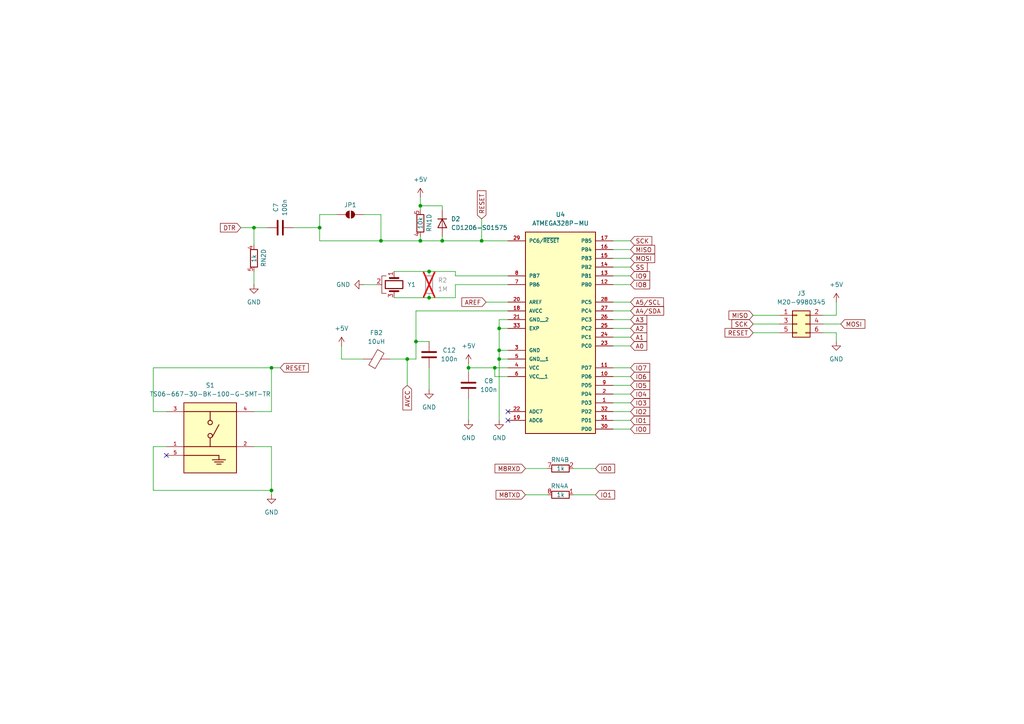
<source format=kicad_sch>
(kicad_sch (version 20231120) (generator "eeschema") (generator_version "8.0")
  (paper "A4")
  (title_block (title "Arduino Uno SMD ATMEGA328P-MU") (date "2024-05-08") (rev "1") (company "Carlos Sabogal"))
  (lib_symbols
    (symbol "Arduino Uno SMD:ATMEGA328P-MU" (pin_names (offset 1.016))
      (property "Reference" "U" (at -10.1661 26.6861 0))
      (property "Value" "ATMEGA328P-MU" (at -10.16 -36.83 0))
      (symbol "ATMEGA328P-MU_0_0"
        (rectangle (start -10.16 25.4) (end 10.16 -33.02) (stroke (width 0.254)) (fill (type background)))
        (pin bidirectional line (at 15.24 -24.13 180) (length 5.08) (name "PD3") (number "1"))
        (pin bidirectional line (at 15.24 -16.51 180) (length 5.08) (name "PD6") (number "10"))
        (pin bidirectional line (at 15.24 -13.97 180) (length 5.08) (name "PD7") (number "11"))
        (pin bidirectional line (at 15.24 10.16 180) (length 5.08) (name "PB0") (number "12"))
        (pin bidirectional line (at 15.24 12.7 180) (length 5.08) (name "PB1") (number "13"))
        (pin bidirectional line (at 15.24 15.24 180) (length 5.08) (name "PB2") (number "14"))
        (pin bidirectional line (at 15.24 17.78 180) (length 5.08) (name "PB3") (number "15"))
        (pin bidirectional line (at 15.24 20.32 180) (length 5.08) (name "PB4") (number "16"))
        (pin bidirectional line (at 15.24 22.86 180) (length 5.08) (name "PB5") (number "17"))
        (pin power_in line (at -15.24 2.54 0) (length 5.08) (name "AVCC") (number "18"))
        (pin bidirectional line (at -15.24 -29.21 0) (length 5.08) (name "ADC6") (number "19"))
        (pin bidirectional line (at 15.24 -21.59 180) (length 5.08) (name "PD4") (number "2"))
        (pin input line (at -15.24 5.08 0) (length 5.08) (name "AREF") (number "20"))
        (pin power_in line (at -15.24 0 0) (length 5.08) (name "GND__2") (number "21"))
        (pin bidirectional line (at -15.24 -26.67 0) (length 5.08) (name "ADC7") (number "22"))
        (pin bidirectional line (at 15.24 -7.62 180) (length 5.08) (name "PC0") (number "23"))
        (pin bidirectional line (at 15.24 -5.08 180) (length 5.08) (name "PC1") (number "24"))
        (pin bidirectional line (at 15.24 -2.54 180) (length 5.08) (name "PC2") (number "25"))
        (pin bidirectional line (at 15.24 0 180) (length 5.08) (name "PC3") (number "26"))
        (pin bidirectional line (at 15.24 2.54 180) (length 5.08) (name "PC4") (number "27"))
        (pin bidirectional line (at 15.24 5.08 180) (length 5.08) (name "PC5") (number "28"))
        (pin bidirectional line (at -15.24 22.86 0) (length 5.08) (name "PC6/~{RESET}") (number "29"))
        (pin power_in line (at -15.24 -8.89 0) (length 5.08) (name "GND") (number "3"))
        (pin bidirectional line (at 15.24 -31.75 180) (length 5.08) (name "PD0") (number "30"))
        (pin bidirectional line (at 15.24 -29.21 180) (length 5.08) (name "PD1") (number "31"))
        (pin bidirectional line (at 15.24 -26.67 180) (length 5.08) (name "PD2") (number "32"))
        (pin power_in line (at -15.24 -2.54 0) (length 5.08) (name "EXP") (number "33"))
        (pin power_in line (at -15.24 -13.97 0) (length 5.08) (name "VCC") (number "4"))
        (pin power_in line (at -15.24 -11.43 0) (length 5.08) (name "GND__1") (number "5"))
        (pin power_in line (at -15.24 -16.51 0) (length 5.08) (name "VCC__1") (number "6"))
        (pin bidirectional line (at -15.24 10.16 0) (length 5.08) (name "PB6") (number "7"))
        (pin bidirectional line (at -15.24 12.7 0) (length 5.08) (name "PB7") (number "8"))
        (pin bidirectional line (at 15.24 -19.05 180) (length 5.08) (name "PD5") (number "9"))
      )
    )
    (symbol "Arduino Uno SMD:TS06-667-30-BK-100-G-SMT-TR" (pin_names (offset 1.016))
      (property "Reference" "S" (at -7.62 10.922 0))
      (property "Value" "TS06-667-30-BK-100-G-SMT-TR" (at -7.62 -10.922 0))
      (symbol "TS06-667-30-BK-100-G-SMT-TR_0_0"
        (rectangle (start -7.62 10.16) (end 7.62 -10.16) (stroke (width 0.254)) (fill (type background)))
        (polyline (pts (xy -7.62 -5.08) (xy 2.54 -5.08)) (stroke (width 0.254)))
        (polyline (pts (xy 0 -2.54) (xy -7.62 -2.54)) (stroke (width 0.254)))
        (polyline (pts (xy 0 -2.54) (xy 7.62 -2.54)) (stroke (width 0.254)))
        (polyline (pts (xy 0 0) (xy 0 -2.54)) (stroke (width 0.254)))
        (polyline (pts (xy 0 7.62) (xy -7.62 7.62)) (stroke (width 0.254)))
        (polyline (pts (xy 0 7.62) (xy 0 5.08)) (stroke (width 0.254)))
        (polyline (pts (xy 0 7.62) (xy 7.62 7.62)) (stroke (width 0.254)))
        (polyline (pts (xy 0.635 -6.35) (xy 2.54 -6.35)) (stroke (width 0.254)))
        (polyline (pts (xy 0.635 0.3175) (xy 2.54 3.81)) (stroke (width 0.254)))
        (polyline (pts (xy 1.27 -6.985) (xy 3.81 -6.985)) (stroke (width 0.254)))
        (polyline (pts (xy 1.905 -7.62) (xy 3.175 -7.62)) (stroke (width 0.254)))
        (polyline (pts (xy 2.54 -6.35) (xy 4.445 -6.35)) (stroke (width 0.254)))
        (polyline (pts (xy 2.54 -5.08) (xy 2.54 -6.35)) (stroke (width 0.254)))
        (circle (center 0 0.635) (radius 0.635) (stroke (width 0.254)))
        (circle (center 0 4.445) (radius 0.635) (stroke (width 0.254)))
        (pin passive line (at -12.7 -2.54 0) (length 5.08) (name "~") (number "1"))
        (pin passive line (at 12.7 -2.54 180) (length 5.08) (name "~") (number "2"))
        (pin passive line (at -12.7 7.62 0) (length 5.08) (name "~") (number "3"))
        (pin passive line (at 12.7 7.62 180) (length 5.08) (name "~") (number "4"))
        (pin passive line (at -12.7 -5.08 0) (length 5.08) (name "~") (number "5"))
      )
    )
    (symbol "Connector_Generic:Conn_02x03_Odd_Even" (pin_names (offset 1.016) hide)
      (property "Reference" "J" (at 1.27 5.08 0))
      (property "Value" "Conn_02x03_Odd_Even" (at 1.27 -5.08 0))
      (symbol "Conn_02x03_Odd_Even_1_1"
        (rectangle (start -1.27 -2.413) (end 0 -2.667) (stroke (width 0.1524)))
        (rectangle (start -1.27 0.127) (end 0 -0.127) (stroke (width 0.1524)))
        (rectangle (start -1.27 2.667) (end 0 2.413) (stroke (width 0.1524)))
        (rectangle (start -1.27 3.81) (end 3.81 -3.81) (stroke (width 0.254)) (fill (type background)))
        (rectangle (start 3.81 -2.413) (end 2.54 -2.667) (stroke (width 0.1524)))
        (rectangle (start 3.81 0.127) (end 2.54 -0.127) (stroke (width 0.1524)))
        (rectangle (start 3.81 2.667) (end 2.54 2.413) (stroke (width 0.1524)))
        (pin passive line (at -5.08 2.54 0) (length 3.81) (name "Pin_1") (number "1"))
        (pin passive line (at 7.62 2.54 180) (length 3.81) (name "Pin_2") (number "2"))
        (pin passive line (at -5.08 0 0) (length 3.81) (name "Pin_3") (number "3"))
        (pin passive line (at 7.62 0 180) (length 3.81) (name "Pin_4") (number "4"))
        (pin passive line (at -5.08 -2.54 0) (length 3.81) (name "Pin_5") (number "5"))
        (pin passive line (at 7.62 -2.54 180) (length 3.81) (name "Pin_6") (number "6"))
      )
    )
    (symbol "Device:C" (pin_numbers hide) (pin_names (offset 0.254))
      (property "Reference" "C" (at 0.635 2.54 0))
      (property "Value" "C" (at 0.635 -2.54 0))
      (symbol "C_0_1"
        (polyline (pts (xy -2.032 -0.762) (xy 2.032 -0.762)) (stroke (width 0.508)))
        (polyline (pts (xy -2.032 0.762) (xy 2.032 0.762)) (stroke (width 0.508)))
      )
      (symbol "C_1_1"
        (pin passive line (at 0 3.81 270) (length 2.794) (name "~") (number "1"))
        (pin passive line (at 0 -3.81 90) (length 2.794) (name "~") (number "2"))
      )
    )
    (symbol "Device:Crystal_GND2" (pin_names (offset 1.016) hide)
      (property "Reference" "Y" (at 0 5.715 0))
      (property "Value" "Crystal_GND2" (at 0 3.81 0))
      (symbol "Crystal_GND2_0_1"
        (rectangle (start -1.143 2.54) (end 1.143 -2.54) (stroke (width 0.3048)))
        (polyline (pts (xy -2.54 0) (xy -1.905 0)))
        (polyline (pts (xy -1.905 -1.27) (xy -1.905 1.27)) (stroke (width 0.508)))
        (polyline (pts (xy 0 -3.81) (xy 0 -3.556)))
        (polyline (pts (xy 1.905 0) (xy 2.54 0)))
        (polyline (pts (xy 1.905 1.27) (xy 1.905 -1.27)) (stroke (width 0.508)))
        (polyline (pts (xy -2.54 -2.286) (xy -2.54 -3.556) (xy 2.54 -3.556) (xy 2.54 -2.286)))
      )
      (symbol "Crystal_GND2_1_1"
        (pin passive line (at -3.81 0 0) (length 1.27) (name "1") (number "1"))
        (pin passive line (at 0 -5.08 90) (length 1.27) (name "2") (number "2"))
        (pin passive line (at 3.81 0 180) (length 1.27) (name "3") (number "3"))
      )
    )
    (symbol "Device:D" (pin_numbers hide) (pin_names (offset 1.016) hide)
      (property "Reference" "D" (at 0 2.54 0))
      (property "Value" "D" (at 0 -2.54 0))
      (symbol "D_0_1"
        (polyline (pts (xy -1.27 1.27) (xy -1.27 -1.27)) (stroke (width 0.254)))
        (polyline (pts (xy 1.27 0) (xy -1.27 0)))
        (polyline (pts (xy 1.27 1.27) (xy 1.27 -1.27) (xy -1.27 0) (xy 1.27 1.27)) (stroke (width 0.254)))
      )
      (symbol "D_1_1"
        (pin passive line (at -3.81 0 0) (length 2.54) (name "K") (number "1"))
        (pin passive line (at 3.81 0 180) (length 2.54) (name "A") (number "2"))
      )
    )
    (symbol "Device:FerriteBead" (pin_numbers hide) (pin_names (offset 0))
      (property "Reference" "FB" (at -3.81 0.635 90))
      (property "Value" "FerriteBead" (at 3.81 0 90))
      (symbol "FerriteBead_0_1"
        (polyline (pts (xy 0 -1.27) (xy 0 -1.2192)))
        (polyline (pts (xy 0 1.27) (xy 0 1.2954)))
        (polyline (pts (xy -2.7686 0.4064) (xy -1.7018 2.2606) (xy 2.7686 -0.3048) (xy 1.6764 -2.159) (xy -2.7686 0.4064)))
      )
      (symbol "FerriteBead_1_1"
        (pin passive line (at 0 3.81 270) (length 2.54) (name "~") (number "1"))
        (pin passive line (at 0 -3.81 90) (length 2.54) (name "~") (number "2"))
      )
    )
    (symbol "Device:R" (pin_numbers hide) (pin_names (offset 0))
      (property "Reference" "R" (at 2.032 0 90))
      (property "Value" "R" (at 0 0 90))
      (symbol "R_0_1"
        (rectangle (start -1.016 -2.54) (end 1.016 2.54) (stroke (width 0.254)))
      )
      (symbol "R_1_1"
        (pin passive line (at 0 3.81 270) (length 1.27) (name "~") (number "1"))
        (pin passive line (at 0 -3.81 90) (length 1.27) (name "~") (number "2"))
      )
    )
    (symbol "Device:R_Pack04_Split" (pin_names (offset 0) hide)
      (property "Reference" "RN" (at 2.032 0 90))
      (property "Value" "R_Pack04_Split" (at 0 0 90))
      (symbol "R_Pack04_Split_0_1"
        (rectangle (start 1.016 2.54) (end -1.016 -2.54) (stroke (width 0.254)))
      )
      (symbol "R_Pack04_Split_1_1"
        (pin passive line (at 0 -3.81 90) (length 1.27) (name "R1.1") (number "1"))
        (pin passive line (at 0 3.81 270) (length 1.27) (name "R1.2") (number "8"))
      )
      (symbol "R_Pack04_Split_2_1"
        (pin passive line (at 0 -3.81 90) (length 1.27) (name "R2.1") (number "2"))
        (pin passive line (at 0 3.81 270) (length 1.27) (name "R2.2") (number "7"))
      )
      (symbol "R_Pack04_Split_3_1"
        (pin passive line (at 0 -3.81 90) (length 1.27) (name "R3.1") (number "3"))
        (pin passive line (at 0 3.81 270) (length 1.27) (name "R3.2") (number "6"))
      )
      (symbol "R_Pack04_Split_4_1"
        (pin passive line (at 0 -3.81 90) (length 1.27) (name "R4.1") (number "4"))
        (pin passive line (at 0 3.81 270) (length 1.27) (name "R4.2") (number "5"))
      )
    )
    (symbol "Jumper:SolderJumper_2_Open" (pin_numbers hide) (pin_names (offset 0) hide) (exclude_from_sim yes) (in_bom no)
      (property "Reference" "JP" (at 0 2.032 0))
      (property "Value" "SolderJumper_2_Open" (at 0 -2.54 0))
      (symbol "SolderJumper_2_Open_0_1"
        (arc (start -0.254 1.016) (mid -1.2656 0) (end -0.254 -1.016))
        (arc (start -0.254 1.016) (mid -1.2656 0) (end -0.254 -1.016) (fill (type outline)))
        (polyline (pts (xy -0.254 1.016) (xy -0.254 -1.016)))
        (polyline (pts (xy 0.254 1.016) (xy 0.254 -1.016)))
        (arc (start 0.254 -1.016) (mid 1.2656 0) (end 0.254 1.016))
        (arc (start 0.254 -1.016) (mid 1.2656 0) (end 0.254 1.016) (fill (type outline)))
      )
      (symbol "SolderJumper_2_Open_1_1"
        (pin passive line (at -3.81 0 0) (length 2.54) (name "A") (number "1"))
        (pin passive line (at 3.81 0 180) (length 2.54) (name "B") (number "2"))
      )
    )
    (symbol "power:+5V" (power) (pin_numbers hide) (pin_names (offset 0) hide)
      (property "Value" "+5V" (at 0 3.556 0))
      (symbol "+5V_0_1"
        (polyline (pts (xy -0.762 1.27) (xy 0 2.54)))
        (polyline (pts (xy 0 0) (xy 0 2.54)))
        (polyline (pts (xy 0 2.54) (xy 0.762 1.27)))
      )
      (symbol "+5V_1_1"
        (pin power_in line (at 0 0 90) (length 0) (name "~") (number "1"))
      )
    )
    (symbol "power:GND" (power) (pin_numbers hide) (pin_names (offset 0) hide)
      (property "Value" "GND" (at 0 -3.81 0))
      (symbol "GND_0_1"
        (polyline (pts (xy 0 0) (xy 0 -1.27) (xy 1.27 -1.27) (xy 0 -2.54) (xy -1.27 -1.27) (xy 0 -1.27)))
      )
      (symbol "GND_1_1"
        (pin power_in line (at 0 0 270) (length 0) (name "~") (number "1"))
      )
    )
  )
  (junction (at 139.7 69.85))
  (junction (at 73.66 66.04))
  (junction (at 143.51 106.68))
  (junction (at 120.65 99.06))
  (junction (at 118.11 104.14))
  (junction (at 78.74 142.24))
  (junction (at 121.92 69.85))
  (junction (at 110.49 69.85))
  (junction (at 144.78 101.6))
  (junction (at 144.78 95.25))
  (junction (at 135.89 106.68))
  (junction (at 124.46 78.74))
  (junction (at 121.92 59.69))
  (junction (at 92.71 66.04))
  (junction (at 144.78 104.14))
  (junction (at 124.46 86.36))
  (junction (at 128.27 69.85))
  (junction (at 78.74 106.68))
  (no_connect (at 147.32 121.92))
  (no_connect (at 48.26 132.08))
  (no_connect (at 147.32 119.38))
  (wire (pts (xy 78.74 142.24) (xy 44.45 142.24)))
  (wire (pts (xy 182.88 109.22) (xy 177.8 109.22)))
  (wire (pts (xy 78.74 143.51) (xy 78.74 142.24)))
  (wire (pts (xy 172.72 135.89) (xy 166.37 135.89)))
  (wire (pts (xy 177.8 114.3) (xy 182.88 114.3)))
  (wire (pts (xy 73.66 129.54) (xy 78.74 129.54)))
  (wire (pts (xy 92.71 69.85) (xy 110.49 69.85)))
  (wire (pts (xy 135.89 106.68) (xy 143.51 106.68)))
  (wire (pts (xy 139.7 63.5) (xy 139.7 69.85)))
  (wire (pts (xy 73.66 66.04) (xy 77.47 66.04)))
  (wire (pts (xy 121.92 69.85) (xy 121.92 68.58)))
  (wire (pts (xy 147.32 90.17) (xy 120.65 90.17)))
  (wire (pts (xy 124.46 78.74) (xy 132.08 78.74)))
  (wire (pts (xy 120.65 99.06) (xy 124.46 99.06)))
  (wire (pts (xy 121.92 59.69) (xy 121.92 60.96)))
  (wire (pts (xy 143.51 106.68) (xy 147.32 106.68)))
  (wire (pts (xy 182.88 87.63) (xy 177.8 87.63)))
  (wire (pts (xy 135.89 105.41) (xy 135.89 106.68)))
  (wire (pts (xy 218.44 93.98) (xy 226.06 93.98)))
  (wire (pts (xy 182.88 82.55) (xy 177.8 82.55)))
  (wire (pts (xy 182.88 72.39) (xy 177.8 72.39)))
  (wire (pts (xy 147.32 104.14) (xy 144.78 104.14)))
  (wire (pts (xy 114.3 86.36) (xy 124.46 86.36)))
  (wire (pts (xy 120.65 90.17) (xy 120.65 99.06)))
  (wire (pts (xy 182.88 90.17) (xy 177.8 90.17)))
  (wire (pts (xy 158.75 143.51) (xy 152.4 143.51)))
  (wire (pts (xy 242.57 87.63) (xy 242.57 91.44)))
  (wire (pts (xy 144.78 104.14) (xy 144.78 121.92)))
  (wire (pts (xy 139.7 69.85) (xy 128.27 69.85)))
  (wire (pts (xy 243.84 93.98) (xy 238.76 93.98)))
  (wire (pts (xy 73.66 82.55) (xy 73.66 78.74)))
  (wire (pts (xy 147.32 95.25) (xy 144.78 95.25)))
  (wire (pts (xy 177.8 124.46) (xy 182.88 124.46)))
  (wire (pts (xy 158.75 135.89) (xy 152.4 135.89)))
  (wire (pts (xy 114.3 78.74) (xy 124.46 78.74)))
  (wire (pts (xy 110.49 62.23) (xy 110.49 69.85)))
  (wire (pts (xy 140.97 87.63) (xy 147.32 87.63)))
  (wire (pts (xy 144.78 92.71) (xy 144.78 95.25)))
  (wire (pts (xy 128.27 69.85) (xy 121.92 69.85)))
  (wire (pts (xy 132.08 80.01) (xy 132.08 78.74)))
  (wire (pts (xy 147.32 92.71) (xy 144.78 92.71)))
  (wire (pts (xy 147.32 69.85) (xy 139.7 69.85)))
  (wire (pts (xy 110.49 62.23) (xy 105.41 62.23)))
  (wire (pts (xy 78.74 129.54) (xy 78.74 142.24)))
  (wire (pts (xy 135.89 106.68) (xy 135.89 107.95)))
  (wire (pts (xy 144.78 101.6) (xy 147.32 101.6)))
  (wire (pts (xy 78.74 106.68) (xy 81.28 106.68)))
  (wire (pts (xy 172.72 143.51) (xy 166.37 143.51)))
  (wire (pts (xy 182.88 106.68) (xy 177.8 106.68)))
  (wire (pts (xy 218.44 91.44) (xy 226.06 91.44)))
  (wire (pts (xy 177.8 116.84) (xy 182.88 116.84)))
  (wire (pts (xy 105.41 82.55) (xy 109.22 82.55)))
  (wire (pts (xy 44.45 142.24) (xy 44.45 129.54)))
  (wire (pts (xy 147.32 109.22) (xy 143.51 109.22)))
  (wire (pts (xy 128.27 60.96) (xy 128.27 59.69)))
  (wire (pts (xy 177.8 121.92) (xy 182.88 121.92)))
  (wire (pts (xy 120.65 104.14) (xy 118.11 104.14)))
  (wire (pts (xy 177.8 95.25) (xy 182.88 95.25)))
  (wire (pts (xy 182.88 111.76) (xy 177.8 111.76)))
  (wire (pts (xy 242.57 91.44) (xy 238.76 91.44)))
  (wire (pts (xy 121.92 57.15) (xy 121.92 59.69)))
  (wire (pts (xy 121.92 69.85) (xy 110.49 69.85)))
  (wire (pts (xy 118.11 104.14) (xy 113.03 104.14)))
  (wire (pts (xy 177.8 119.38) (xy 182.88 119.38)))
  (wire (pts (xy 78.74 106.68) (xy 78.74 119.38)))
  (wire (pts (xy 78.74 119.38) (xy 73.66 119.38)))
  (wire (pts (xy 182.88 80.01) (xy 177.8 80.01)))
  (wire (pts (xy 242.57 96.52) (xy 242.57 99.06)))
  (wire (pts (xy 128.27 68.58) (xy 128.27 69.85)))
  (wire (pts (xy 218.44 96.52) (xy 226.06 96.52)))
  (wire (pts (xy 144.78 101.6) (xy 144.78 104.14)))
  (wire (pts (xy 118.11 111.76) (xy 118.11 104.14)))
  (wire (pts (xy 135.89 121.92) (xy 135.89 115.57)))
  (wire (pts (xy 92.71 62.23) (xy 92.71 66.04)))
  (wire (pts (xy 73.66 71.12) (xy 73.66 66.04)))
  (wire (pts (xy 238.76 96.52) (xy 242.57 96.52)))
  (wire (pts (xy 177.8 97.79) (xy 182.88 97.79)))
  (wire (pts (xy 120.65 99.06) (xy 120.65 104.14)))
  (wire (pts (xy 128.27 59.69) (xy 121.92 59.69)))
  (wire (pts (xy 182.88 77.47) (xy 177.8 77.47)))
  (wire (pts (xy 147.32 80.01) (xy 132.08 80.01)))
  (wire (pts (xy 44.45 119.38) (xy 48.26 119.38)))
  (wire (pts (xy 144.78 95.25) (xy 144.78 101.6)))
  (wire (pts (xy 44.45 106.68) (xy 44.45 119.38)))
  (wire (pts (xy 177.8 92.71) (xy 182.88 92.71)))
  (wire (pts (xy 44.45 106.68) (xy 78.74 106.68)))
  (wire (pts (xy 44.45 129.54) (xy 48.26 129.54)))
  (wire (pts (xy 97.79 62.23) (xy 92.71 62.23)))
  (wire (pts (xy 182.88 69.85) (xy 177.8 69.85)))
  (wire (pts (xy 69.85 66.04) (xy 73.66 66.04)))
  (wire (pts (xy 124.46 113.03) (xy 124.46 106.68)))
  (wire (pts (xy 124.46 86.36) (xy 132.08 86.36)))
  (wire (pts (xy 99.06 104.14) (xy 99.06 100.33)))
  (wire (pts (xy 99.06 104.14) (xy 105.41 104.14)))
  (wire (pts (xy 132.08 82.55) (xy 132.08 86.36)))
  (wire (pts (xy 182.88 100.33) (xy 177.8 100.33)))
  (wire (pts (xy 143.51 109.22) (xy 143.51 106.68)))
  (wire (pts (xy 147.32 82.55) (xy 132.08 82.55)))
  (wire (pts (xy 182.88 74.93) (xy 177.8 74.93)))
  (wire (pts (xy 92.71 66.04) (xy 85.09 66.04)))
  (wire (pts (xy 92.71 69.85) (xy 92.71 66.04)))
  (global_label "DTR" (shape input) (at 69.85 66.04 180) (property "Intersheetrefs" "${INTERSHEET_REFS}" (effects (hide yes))))
  (global_label "SS" (shape input) (at 182.88 77.47 0) (property "Intersheetrefs" "${INTERSHEET_REFS}" (effects (hide yes))))
  (global_label "MOSI" (shape input) (at 182.88 74.93 0) (property "Intersheetrefs" "${INTERSHEET_REFS}" (effects (hide yes))))
  (global_label "MISO" (shape input) (at 218.44 91.44 180) (property "Intersheetrefs" "${INTERSHEET_REFS}" (effects (hide yes))))
  (global_label "AREF" (shape input) (at 140.97 87.63 180) (property "Intersheetrefs" "${INTERSHEET_REFS}" (effects (hide yes))))
  (global_label "IO0" (shape input) (at 172.72 135.89 0) (property "Intersheetrefs" "${INTERSHEET_REFS}" (effects (hide yes))))
  (global_label "SCK" (shape input) (at 218.44 93.98 180) (property "Intersheetrefs" "${INTERSHEET_REFS}" (effects (hide yes))))
  (global_label "IO9" (shape input) (at 182.88 80.01 0) (property "Intersheetrefs" "${INTERSHEET_REFS}" (effects (hide yes))))
  (global_label "A5{slash}SCL" (shape input) (at 182.88 87.63 0) (property "Intersheetrefs" "${INTERSHEET_REFS}" (effects (hide yes))))
  (global_label "A1" (shape input) (at 182.88 97.79 0) (property "Intersheetrefs" "${INTERSHEET_REFS}" (effects (hide yes))))
  (global_label "MISO" (shape input) (at 182.88 72.39 0) (property "Intersheetrefs" "${INTERSHEET_REFS}" (effects (hide yes))))
  (global_label "AVCC" (shape input) (at 118.11 111.76 270) (property "Intersheetrefs" "${INTERSHEET_REFS}" (effects (hide yes))))
  (global_label "IO3" (shape input) (at 182.88 116.84 0) (property "Intersheetrefs" "${INTERSHEET_REFS}" (effects (hide yes))))
  (global_label "RESET" (shape input) (at 139.7 63.5 90) (property "Intersheetrefs" "${INTERSHEET_REFS}" (effects (hide yes))))
  (global_label "IO1" (shape input) (at 172.72 143.51 0) (property "Intersheetrefs" "${INTERSHEET_REFS}" (effects (hide yes))))
  (global_label "RESET" (shape input) (at 81.28 106.68 0) (property "Intersheetrefs" "${INTERSHEET_REFS}" (effects (hide yes))))
  (global_label "A3" (shape input) (at 182.88 92.71 0) (property "Intersheetrefs" "${INTERSHEET_REFS}" (effects (hide yes))))
  (global_label "IO5" (shape input) (at 182.88 111.76 0) (property "Intersheetrefs" "${INTERSHEET_REFS}" (effects (hide yes))))
  (global_label "IO4" (shape input) (at 182.88 114.3 0) (property "Intersheetrefs" "${INTERSHEET_REFS}" (effects (hide yes))))
  (global_label "A2" (shape input) (at 182.88 95.25 0) (property "Intersheetrefs" "${INTERSHEET_REFS}" (effects (hide yes))))
  (global_label "M8TXD" (shape input) (at 152.4 143.51 180) (property "Intersheetrefs" "${INTERSHEET_REFS}" (effects (hide yes))))
  (global_label "A0" (shape input) (at 182.88 100.33 0) (property "Intersheetrefs" "${INTERSHEET_REFS}" (effects (hide yes))))
  (global_label "SCK" (shape input) (at 182.88 69.85 0) (property "Intersheetrefs" "${INTERSHEET_REFS}" (effects (hide yes))))
  (global_label "M8RXD" (shape input) (at 152.4 135.89 180) (property "Intersheetrefs" "${INTERSHEET_REFS}" (effects (hide yes))))
  (global_label "A4{slash}SDA" (shape input) (at 182.88 90.17 0) (property "Intersheetrefs" "${INTERSHEET_REFS}" (effects (hide yes))))
  (global_label "RESET" (shape input) (at 218.44 96.52 180) (property "Intersheetrefs" "${INTERSHEET_REFS}" (effects (hide yes))))
  (global_label "IO8" (shape input) (at 182.88 82.55 0) (property "Intersheetrefs" "${INTERSHEET_REFS}" (effects (hide yes))))
  (global_label "MOSI" (shape input) (at 243.84 93.98 0) (property "Intersheetrefs" "${INTERSHEET_REFS}" (effects (hide yes))))
  (global_label "IO1" (shape input) (at 182.88 121.92 0) (property "Intersheetrefs" "${INTERSHEET_REFS}" (effects (hide yes))))
  (global_label "IO7" (shape input) (at 182.88 106.68 0) (property "Intersheetrefs" "${INTERSHEET_REFS}" (effects (hide yes))))
  (global_label "IO6" (shape input) (at 182.88 109.22 0) (property "Intersheetrefs" "${INTERSHEET_REFS}" (effects (hide yes))))
  (global_label "IO2" (shape input) (at 182.88 119.38 0) (property "Intersheetrefs" "${INTERSHEET_REFS}" (effects (hide yes))))
  (global_label "IO0" (shape input) (at 182.88 124.46 0) (property "Intersheetrefs" "${INTERSHEET_REFS}" (effects (hide yes))))
  (symbol (lib_id "Device:R_Pack04_Split") (at 162.56 143.51 90) (unit 1)
    (property "Reference" "RN4" (at 164.846 140.97 90) (effects (justify left)))
    (property "Value" "1k" (at 163.83 143.51 90) (effects (justify left)))
    (property "Footprint" "Resistor_SMD:R_Array_Convex_4x0603" (effects (hide yes)))
    (property "Description" "4 resistor network, parallel topology, split" (effects (hide yes)))
  )
  (symbol (lib_id "power:+5V") (at 242.57 87.63 0) (unit 1)
    (property "Reference" "#PWR031" (effects (hide yes)))
    (property "Value" "+5V" (at 242.57 82.55 0))
    (property "Description" "Power symbol creates a global label with name \"+5V\"" (effects (hide yes)))
  )
  (symbol (lib_id "power:+5V") (at 135.89 105.41 0) (unit 1)
    (property "Reference" "#PWR032" (effects (hide yes)))
    (property "Value" "+5V" (at 135.89 100.33 0))
    (property "Description" "Power symbol creates a global label with name \"+5V\"" (effects (hide yes)))
  )
  (symbol (lib_id "power:+5V") (at 121.92 57.15 0) (unit 1)
    (property "Reference" "#PWR026" (effects (hide yes)))
    (property "Value" "+5V" (at 121.92 52.07 0))
    (property "Description" "Power symbol creates a global label with name \"+5V\"" (effects (hide yes)))
  )
  (symbol (lib_id "Device:C") (at 124.46 102.87 0) (unit 1)
    (property "Reference" "C12" (at 130.302 101.6 0))
    (property "Value" "100n" (at 130.302 104.14 0))
    (property "Footprint" "Capacitor_SMD:C_0603_1608Metric" (effects (hide yes)))
    (property "Description" "Unpolarized capacitor" (effects (hide yes)))
  )
  (symbol (lib_id "power:GND") (at 135.89 121.92 0) (unit 1)
    (property "Reference" "#PWR041" (effects (hide yes)))
    (property "Value" "GND" (at 135.89 127 0))
    (property "Description" "Power symbol creates a global label with name \"GND\" , ground" (effects (hide yes)))
  )
  (symbol (lib_id "power:GND") (at 242.57 99.06 0) (unit 1)
    (property "Reference" "#PWR037" (effects (hide yes)))
    (property "Value" "GND" (at 242.57 104.14 0))
    (property "Description" "Power symbol creates a global label with name \"GND\" , ground" (effects (hide yes)))
  )
  (symbol (lib_id "Device:R") (at 124.46 82.55 0) (unit 1) (dnp yes)
    (property "Reference" "R2" (at 127 81.2799 0) (effects (justify left)))
    (property "Value" "1M" (at 127 83.8199 0) (effects (justify left)))
    (property "Footprint" "Resistor_SMD:R_0603_1608Metric" (effects (hide yes)))
    (property "Description" "Resistor" (effects (hide yes)))
  )
  (symbol (lib_id "Device:R_Pack04_Split") (at 162.56 135.89 90) (unit 2)
    (property "Reference" "RN4" (at 165.1 133.35 90) (effects (justify left)))
    (property "Value" "1k" (at 163.83 135.89 90) (effects (justify left)))
    (property "Footprint" "Resistor_SMD:R_Array_Convex_4x0603" (effects (hide yes)))
    (property "Description" "4 resistor network, parallel topology, split" (effects (hide yes)))
  )
  (symbol (lib_id "Connector_Generic:Conn_02x03_Odd_Even") (at 231.14 93.98 0) (unit 1)
    (property "Reference" "J3" (at 232.41 85.09 0))
    (property "Value" "M20-9980345" (at 232.41 87.63 0))
    (property "Footprint" "Connector_PinHeader_2.54mm:PinHeader_2x03_P2.54mm_Vertical" (effects (hide yes)))
    (property "Description" "Generic connector, double row, 02x03, odd/even pin numbering scheme (row 1 odd numbers, row 2 even numbers), script generated (kicad-library-utils/schlib/autogen/connector/)" (effects (hide yes)))
  )
  (symbol (lib_id "power:+5V") (at 99.06 100.33 0) (unit 1)
    (property "Reference" "#PWR035" (effects (hide yes)))
    (property "Value" "+5V" (at 99.06 95.25 0))
    (property "Description" "Power symbol creates a global label with name \"+5V\"" (effects (hide yes)))
  )
  (symbol (lib_id "power:GND") (at 144.78 121.92 0) (unit 1)
    (property "Reference" "#PWR042" (effects (hide yes)))
    (property "Value" "GND" (at 144.78 127 0))
    (property "Description" "Power symbol creates a global label with name \"GND\" , ground" (effects (hide yes)))
  )
  (symbol (lib_id "power:GND") (at 78.74 143.51 0) (unit 1)
    (property "Reference" "#PWR038" (effects (hide yes)))
    (property "Value" "GND" (at 78.74 148.59 0))
    (property "Description" "Power symbol creates a global label with name \"GND\" , ground" (effects (hide yes)))
  )
  (symbol (lib_id "Device:R_Pack04_Split") (at 73.66 74.93 180) (unit 4)
    (property "Reference" "RN2" (at 76.454 77.47 90) (effects (justify right)))
    (property "Value" "1k" (at 73.66 76.2 90) (effects (justify right)))
    (property "Footprint" "Resistor_SMD:R_Array_Convex_4x0603" (effects (hide yes)))
    (property "Description" "4 resistor network, parallel topology, split" (effects (hide yes)))
  )
  (symbol (lib_id "Jumper:SolderJumper_2_Open") (at 101.6 62.23 0) (unit 1) (exclude_from_sim yes) (in_bom no)
    (property "Reference" "JP1" (at 101.6 59.436 0))
    (property "Value" "SolderJumper_2_Open" (effects (hide yes)))
    (property "Footprint" "Jumper:SolderJumper-2_P1.3mm_Open_Pad1.0x1.5mm" (effects (hide yes)))
    (property "Description" "Solder Jumper, 2-pole, open" (effects (hide yes)))
  )
  (symbol (lib_id "power:GND") (at 73.66 82.55 0) (unit 1)
    (property "Reference" "#PWR039" (effects (hide yes)))
    (property "Value" "GND" (at 73.66 87.63 0))
    (property "Description" "Power symbol creates a global label with name \"GND\" , ground" (effects (hide yes)))
  )
  (symbol (lib_id "Device:FerriteBead") (at 109.22 104.14 90) (unit 1)
    (property "Reference" "FB2" (at 109.1692 96.52 90))
    (property "Value" "10uH" (at 109.1692 99.06 90))
    (property "Footprint" "Inductor_SMD:L_0805_2012Metric" (effects (hide yes)))
    (property "Description" "Ferrite bead" (effects (hide yes)))
  )
  (symbol (lib_id "power:GND") (at 105.41 82.55 270) (unit 1)
    (property "Reference" "#PWR043" (effects (hide yes)))
    (property "Value" "GND" (at 101.6 82.5499 90) (effects (justify right)))
    (property "Description" "Power symbol creates a global label with name \"GND\" , ground" (effects (hide yes)))
  )
  (symbol (lib_id "Device:C") (at 135.89 111.76 180) (unit 1)
    (property "Reference" "C8" (at 141.732 110.49 0))
    (property "Value" "100n" (at 141.732 113.03 0))
    (property "Footprint" "Capacitor_SMD:C_0603_1608Metric" (effects (hide yes)))
    (property "Description" "Unpolarized capacitor" (effects (hide yes)))
  )
  (symbol (lib_id "Arduino Uno SMD:TS06-667-30-BK-100-G-SMT-TR") (at 60.96 127 0) (unit 1)
    (property "Reference" "S1" (at 60.96 111.76 0))
    (property "Value" "TS06-667-30-BK-100-G-SMT-TR" (at 60.96 114.3 0))
    (property "Footprint" "Arduino Uno SMD:SW_TS06-667-30-BK-100-G-SMT-TR" (effects (hide yes)))
    (property "PARTREV" "1.0" (effects (hide yes)))
    (property "MANUFACTURER" "Cui Devices" (effects (hide yes)))
    (property "MAXIMUM_PACKAGE_HEIGHT" "2.6 mm" (effects (hide yes)))
    (property "STANDARD" "Manufacturer Recommendations" (effects (hide yes)))
  )
  (symbol (lib_id "Device:D") (at 128.27 64.77 270) (unit 1)
    (property "Reference" "D2" (at 130.81 63.4999 90) (effects (justify left)))
    (property "Value" "CD1206-S01575" (at 130.81 66.0399 90) (effects (justify left)))
    (property "Footprint" "Diode_SMD:D_1206_3216Metric" (effects (hide yes)))
    (property "Description" "Diode" (effects (hide yes)))
    (property "Sim.Device" "D" (effects (hide yes)))
    (property "Sim.Pins" "1=K 2=A" (effects (hide yes)))
  )
  (symbol (lib_id "Arduino Uno SMD:ATMEGA328P-MU") (at 162.56 92.71 0) (unit 1)
    (property "Reference" "U4" (at 162.56 62.23 0))
    (property "Value" "ATMEGA328P-MU" (at 162.56 64.77 0))
    (property "Footprint" "Package_DFN_QFN:VQFN-32-1EP_5x5mm_P0.5mm_EP3.1x3.1mm" (effects (hide yes)))
    (property "MANUFACTURER" "Atmel" (effects (hide yes)))
  )
  (symbol (lib_id "power:GND") (at 124.46 113.03 0) (unit 1)
    (property "Reference" "#PWR040" (effects (hide yes)))
    (property "Value" "GND" (at 124.46 118.11 0))
    (property "Description" "Power symbol creates a global label with name \"GND\" , ground" (effects (hide yes)))
  )
  (symbol (lib_id "Device:C") (at 81.28 66.04 90) (unit 1)
    (property "Reference" "C7" (at 80 60.198 0))
    (property "Value" "100n" (at 82.55 60.198 0))
    (property "Footprint" "Capacitor_SMD:C_0603_1608Metric" (effects (hide yes)))
    (property "Description" "Unpolarized capacitor" (effects (hide yes)))
  )
  (symbol (lib_id "Device:Crystal_GND2") (at 114.3 82.55 270) (unit 1)
    (property "Reference" "Y1" (at 118.11 82.5499 90) (effects (justify left)))
    (property "Value" "CSTNE16M0V530000R0" (effects (hide yes)))
    (property "Footprint" "Crystal:Resonator_SMD_Murata_CSTxExxV-3Pin_3.0x1.1mm" (effects (hide yes)))
    (property "Description" "Three pin crystal, GND on pin 2" (effects (hide yes)))
  )
  (symbol (lib_id "Device:R_Pack04_Split") (at 121.92 64.77 0) (unit 4)
    (property "Reference" "RN1" (at 124.46 67.31 90) (effects (justify left)))
    (property "Value" "10k" (at 121.92 66.548 90) (effects (justify left)))
    (property "Footprint" "Resistor_SMD:R_Array_Convex_4x0603" (effects (hide yes)))
    (property "Description" "4 resistor network, parallel topology, split" (effects (hide yes)))
  )
)
</source>
